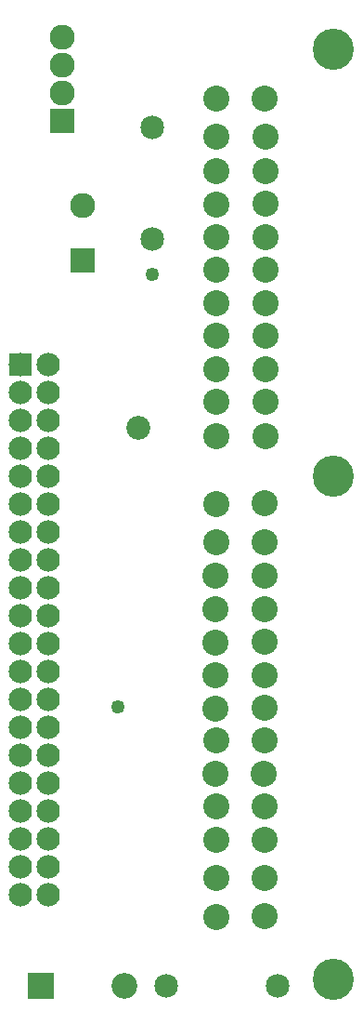
<source format=gbs>
G04 MADE WITH FRITZING*
G04 WWW.FRITZING.ORG*
G04 DOUBLE SIDED*
G04 HOLES PLATED*
G04 CONTOUR ON CENTER OF CONTOUR VECTOR*
%ASAXBY*%
%FSLAX23Y23*%
%MOIN*%
%OFA0B0*%
%SFA1.0B1.0*%
%ADD10C,0.085000*%
%ADD11C,0.092000*%
%ADD12C,0.085433*%
%ADD13C,0.049370*%
%ADD14C,0.090000*%
%ADD15C,0.084000*%
%ADD16C,0.147795*%
%ADD17C,0.093307*%
%ADD18R,0.092000X0.092000*%
%ADD19R,0.090000X0.090000*%
%ADD20R,0.084000X0.084000*%
%LNMASK0*%
G90*
G70*
G54D10*
X1099Y287D03*
X699Y287D03*
X649Y3362D03*
X649Y2962D03*
G54D11*
X249Y287D03*
X547Y287D03*
G54D12*
X599Y2287D03*
G54D13*
X524Y1287D03*
G54D14*
X324Y3387D03*
X324Y3487D03*
X324Y3587D03*
X324Y3687D03*
X399Y2887D03*
X399Y3083D03*
G54D15*
X274Y2512D03*
X274Y2412D03*
X274Y2312D03*
X274Y2212D03*
X274Y2112D03*
X274Y2012D03*
X274Y1912D03*
X274Y1812D03*
X274Y1712D03*
X274Y1612D03*
X274Y1512D03*
X274Y1412D03*
X274Y1312D03*
X274Y1212D03*
X274Y1112D03*
X274Y1012D03*
X274Y912D03*
X274Y812D03*
X274Y712D03*
X274Y612D03*
X174Y2512D03*
X174Y2412D03*
X174Y2312D03*
X174Y2212D03*
X174Y2112D03*
X174Y2012D03*
X174Y1912D03*
X174Y1812D03*
X174Y1712D03*
X174Y1612D03*
X174Y1512D03*
X174Y1412D03*
X174Y1312D03*
X174Y1212D03*
X174Y1112D03*
X174Y1012D03*
X174Y912D03*
X174Y812D03*
X174Y712D03*
X174Y612D03*
G54D16*
X1299Y311D03*
X1299Y2114D03*
X1299Y3644D03*
G54D17*
X876Y534D03*
X876Y672D03*
X876Y809D03*
X876Y929D03*
X873Y1047D03*
X876Y1165D03*
X875Y1281D03*
X875Y1399D03*
X875Y1518D03*
X875Y1636D03*
X875Y1755D03*
X876Y1875D03*
X1051Y535D03*
X1051Y673D03*
X1051Y810D03*
X1051Y930D03*
X1048Y1048D03*
X1051Y1166D03*
X1050Y1282D03*
X1050Y1400D03*
X1050Y1519D03*
X1050Y1637D03*
X1050Y1756D03*
X1051Y1876D03*
X1051Y2015D03*
X876Y2014D03*
X878Y2257D03*
X1053Y2258D03*
X879Y2379D03*
X1054Y2380D03*
X878Y2498D03*
X1053Y2498D03*
X878Y2615D03*
X1053Y2616D03*
X878Y2734D03*
X1053Y2733D03*
X878Y2852D03*
X1053Y2852D03*
X878Y2969D03*
X1053Y2970D03*
X878Y3088D03*
X1053Y3089D03*
X878Y3207D03*
X1053Y3207D03*
X878Y3329D03*
X1053Y3330D03*
X878Y3466D03*
X1052Y3467D03*
G54D13*
X649Y2837D03*
G54D18*
X248Y287D03*
G54D19*
X324Y3387D03*
X399Y2887D03*
G54D20*
X174Y2512D03*
G04 End of Mask0*
M02*
</source>
